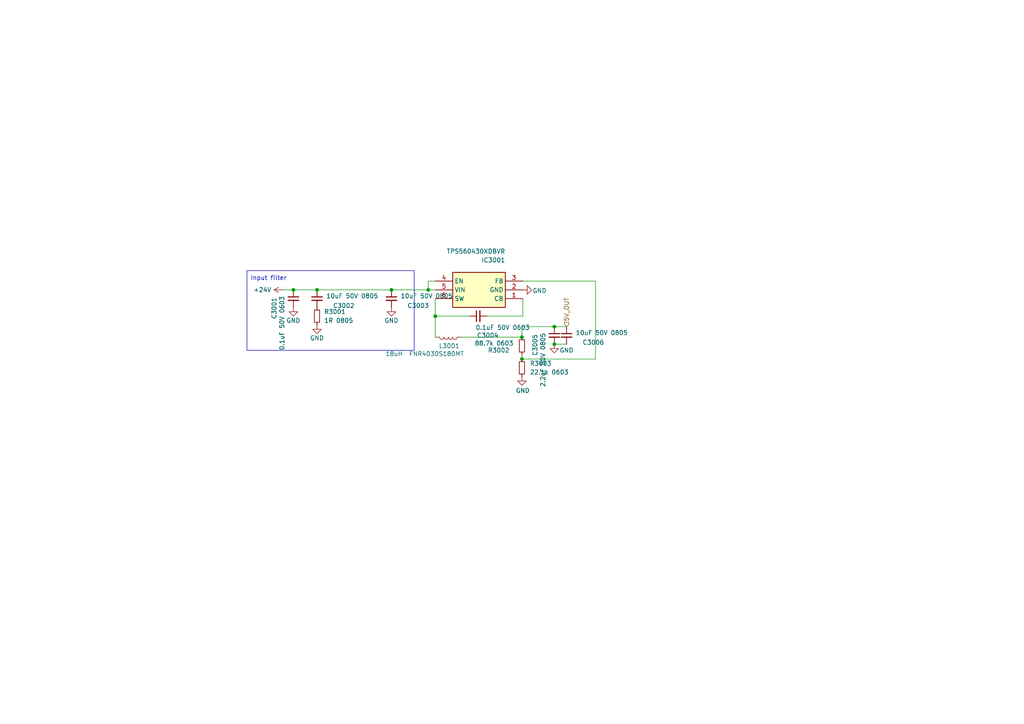
<source format=kicad_sch>
(kicad_sch (version 20231120) (generator "eeschema") (generator_version "8.0")
  (paper "A4")
  (lib_symbols
    (symbol "C_Small_1" (pin_numbers hide) (pin_names (offset 0.254) hide)
      (property "Reference" "C11005" (at 10.922 -2.032 0))
      (property "Value" "10uF 50V 0805" (at 17.78 0.762 0))
      (symbol "C_Small_1_0_1"
        (polyline (pts (xy -1.524 -0.508) (xy 1.524 -0.508)) (stroke (width 0.3302)))
        (polyline (pts (xy -1.524 0.508) (xy 1.524 0.508)) (stroke (width 0.3048)))
      )
      (symbol "C_Small_1_1_1"
        (pin passive line (at 0 2.54 270) (length 2.032) (name "~") (number "1"))
        (pin passive line (at 0 -2.54 90) (length 2.032) (name "~") (number "2"))
      )
    )
    (symbol "C_Small_2" (pin_numbers hide) (pin_names (offset 0.254) hide)
      (property "Reference" "C11006" (at 10.922 -2.032 0))
      (property "Value" "10uF 50V 0805" (at 17.78 0.762 0))
      (symbol "C_Small_2_0_1"
        (polyline (pts (xy -1.524 -0.508) (xy 1.524 -0.508)) (stroke (width 0.3302)))
        (polyline (pts (xy -1.524 0.508) (xy 1.524 0.508)) (stroke (width 0.3048)))
      )
      (symbol "C_Small_2_1_1"
        (pin passive line (at 0 2.54 270) (length 2.032) (name "~") (number "1"))
        (pin passive line (at 0 -2.54 90) (length 2.032) (name "~") (number "2"))
      )
    )
    (symbol "C_Small_3" (pin_numbers hide) (pin_names (offset 0.254) hide)
      (property "Reference" "C11009" (at -5.588 -2.794 90))
      (property "Value" "0.1uF 50V 0603" (at -3.302 -7.112 90))
      (symbol "C_Small_3_0_1"
        (polyline (pts (xy -1.524 -0.508) (xy 1.524 -0.508)) (stroke (width 0.3302)))
        (polyline (pts (xy -1.524 0.508) (xy 1.524 0.508)) (stroke (width 0.3048)))
      )
      (symbol "C_Small_3_1_1"
        (pin passive line (at 0 2.54 270) (length 2.032) (name "~") (number "1"))
        (pin passive line (at 0 -2.54 90) (length 2.032) (name "~") (number "2"))
      )
    )
    (symbol "Device:C_Small" (pin_numbers hide) (pin_names (offset 0.254) hide)
      (property "Reference" "C" (at 0.254 1.778 0))
      (property "Value" "C_Small" (at 0.254 -2.032 0))
      (symbol "C_Small_0_1"
        (polyline (pts (xy -1.524 -0.508) (xy 1.524 -0.508)) (stroke (width 0.3302)))
        (polyline (pts (xy -1.524 0.508) (xy 1.524 0.508)) (stroke (width 0.3048)))
      )
      (symbol "C_Small_1_1"
        (pin passive line (at 0 2.54 270) (length 2.032) (name "~") (number "1"))
        (pin passive line (at 0 -2.54 90) (length 2.032) (name "~") (number "2"))
      )
    )
    (symbol "Device:L" (pin_numbers hide) (pin_names (offset 1.016) hide)
      (property "Reference" "L11001" (at 2.54 0.254 90))
      (property "Value" "18uH  FNR4030S180MT" (at 4.826 -6.858 90))
      (symbol "L_0_1"
        (arc (start 0 -2.54) (mid 0.6323 -1.905) (end 0 -1.27))
        (arc (start 0 -1.27) (mid 0.6323 -0.635) (end 0 0))
        (arc (start 0 0) (mid 0.6323 0.635) (end 0 1.27))
        (arc (start 0 1.27) (mid 0.6323 1.905) (end 0 2.54))
      )
      (symbol "L_1_1"
        (pin passive line (at 0 3.81 270) (length 1.27) (name "1") (number "1"))
        (pin passive line (at 0 -3.81 90) (length 1.27) (name "2") (number "2"))
      )
    )
    (symbol "Device:R_Small" (pin_numbers hide) (pin_names (offset 0.254) hide)
      (property "Reference" "R11005" (at 2.032 1.2701 0))
      (property "Value" "1R 0805" (at 2.032 -1.2699 0))
      (symbol "R_Small_0_1"
        (rectangle (start -0.762 1.778) (end 0.762 -1.778) (stroke (width 0.2032)))
      )
      (symbol "R_Small_1_1"
        (pin passive line (at 0 2.54 270) (length 0.762) (name "~") (number "1"))
        (pin passive line (at 0 -2.54 90) (length 0.762) (name "~") (number "2"))
      )
    )
    (symbol "R_Small_1" (pin_numbers hide) (pin_names (offset 0.254) hide)
      (property "Reference" "R11004" (at 2.286 1.2701 0))
      (property "Value" "22.1k 0603" (at 2.286 -1.2699 0))
      (symbol "R_Small_1_0_1"
        (rectangle (start -0.762 1.778) (end 0.762 -1.778) (stroke (width 0.2032)))
      )
      (symbol "R_Small_1_1_1"
        (pin passive line (at 0 2.54 270) (length 0.762) (name "~") (number "1"))
        (pin passive line (at 0 -2.54 90) (length 0.762) (name "~") (number "2"))
      )
    )
    (symbol "R_Small_2" (pin_numbers hide) (pin_names (offset 0.254) hide)
      (property "Reference" "R11003" (at -9.906 -1.27 0))
      (property "Value" "88.7k 0603" (at -13.716 0.762 0))
      (symbol "R_Small_2_0_1"
        (rectangle (start -0.762 1.778) (end 0.762 -1.778) (stroke (width 0.2032)))
      )
      (symbol "R_Small_2_1_1"
        (pin passive line (at 0 2.54 270) (length 0.762) (name "~") (number "1"))
        (pin passive line (at 0 -2.54 90) (length 0.762) (name "~") (number "2"))
      )
    )
    (symbol "aaa:TPS560430XDBVR"
      (property "Reference" "IC" (at 21.59 7.62 0))
      (property "Value" "TPS560430XDBVR" (at 21.59 5.08 0))
      (symbol "TPS560430XDBVR_1_1"
        (rectangle (start 5.08 2.54) (end 20.32 -7.62) (stroke (width 0.254)) (fill (type background)))
        (pin passive line (at 0 0 0) (length 5.08) (name "CB") (number "1"))
        (pin passive line (at 0 -2.54 0) (length 5.08) (name "GND") (number "2"))
        (pin passive line (at 0 -5.08 0) (length 5.08) (name "FB") (number "3"))
        (pin passive line (at 25.4 -5.08 180) (length 5.08) (name "EN") (number "4"))
        (pin passive line (at 25.4 -2.54 180) (length 5.08) (name "VIN") (number "5"))
        (pin passive line (at 25.4 0 180) (length 5.08) (name "SW") (number "6"))
      )
    )
    (symbol "power:+24V" (power) (pin_numbers hide) (pin_names (offset 0) hide)
      (property "Value" "+24V" (at 0 3.556 0))
      (symbol "+24V_0_1"
        (polyline (pts (xy -0.762 1.27) (xy 0 2.54)))
        (polyline (pts (xy 0 0) (xy 0 2.54)))
        (polyline (pts (xy 0 2.54) (xy 0.762 1.27)))
      )
      (symbol "+24V_1_1"
        (pin power_in line (at 0 0 90) (length 0) (name "~") (number "1"))
      )
    )
    (symbol "power:GND" (power) (pin_names (offset 0))
      (property "Value" "GND" (at 0 -3.81 0))
      (symbol "GND_0_1"
        (polyline (pts (xy 0 0) (xy 0 -1.27) (xy 1.27 -1.27) (xy 0 -2.54) (xy -1.27 -1.27) (xy 0 -1.27)))
      )
      (symbol "GND_1_1"
        (pin power_in line (at 0 0 270) (length 0) hide (name "GND") (number "1"))
      )
    )
  )
  (junction (at 91.948 84.074))
  (junction (at 160.782 94.742))
  (junction (at 113.538 84.074))
  (junction (at 85.09 84.074))
  (junction (at 126.238 91.694))
  (junction (at 151.384 97.79))
  (junction (at 151.384 104.14))
  (junction (at 124.206 84.074))
  (junction (at 160.782 99.822))
  (wire (pts (xy 124.206 81.534) (xy 124.206 84.074)))
  (wire (pts (xy 133.858 97.79) (xy 151.384 97.79)))
  (wire (pts (xy 151.638 91.694) (xy 151.638 86.614)))
  (wire (pts (xy 85.09 84.074) (xy 82.042 84.074)))
  (wire (pts (xy 151.384 104.14) (xy 172.72 104.14)))
  (wire (pts (xy 151.384 97.79) (xy 151.384 94.742)))
  (wire (pts (xy 160.782 94.742) (xy 164.338 94.742)))
  (wire (pts (xy 91.948 84.074) (xy 85.09 84.074)))
  (wire (pts (xy 113.538 84.074) (xy 124.206 84.074)))
  (wire (pts (xy 151.384 102.87) (xy 151.384 104.14)))
  (wire (pts (xy 172.72 104.14) (xy 172.72 81.534)))
  (wire (pts (xy 151.638 81.534) (xy 172.72 81.534)))
  (wire (pts (xy 141.224 91.694) (xy 151.638 91.694)))
  (wire (pts (xy 126.238 86.614) (xy 126.238 91.694)))
  (wire (pts (xy 91.948 84.074) (xy 113.538 84.074)))
  (wire (pts (xy 160.782 99.822) (xy 164.338 99.822)))
  (wire (pts (xy 124.206 84.074) (xy 126.238 84.074)))
  (wire (pts (xy 126.238 97.79) (xy 126.238 91.694)))
  (wire (pts (xy 151.384 94.742) (xy 160.782 94.742)))
  (wire (pts (xy 126.238 81.534) (xy 124.206 81.534)))
  (wire (pts (xy 126.238 91.694) (xy 136.144 91.694)))
  (rectangle (start 71.628 78.486) (end 120.142 101.6))
  (text "Input filter" (at 72.644 81.534 0) (effects (font (size 1.27 1.27)) (justify left bottom)))
  (hierarchical_label "5V_OUT" (shape input) (at 164.338 94.742 90))
  (symbol (lib_name "R_Small_1") (lib_id "Device:R_Small") (at 151.384 106.68 0) (unit 1)
    (property "Reference" "R3003" (at 153.67 105.4099 0) (effects (justify left)))
    (property "Value" "22.1k 0603" (at 153.67 107.9499 0) (effects (justify left)))
    (property "Footprint" "Resistor_SMD:R_0603_1608Metric" (effects (hide yes)))
    (property "Description" "Resistor, small symbol" (effects (hide yes)))
    (property "LCSC" "C25961" (effects (hide yes)))
    (instances (project "stm32h7_base" (path "" (reference "R3003") (unit 1)) (path "" (reference "R?") (unit 1))))
  )
  (symbol (lib_name "C_Small_1") (lib_id "Device:C_Small") (at 91.948 86.614 0) (unit 1)
    (property "Reference" "C3002" (at 102.87 88.646 0) (effects (justify right)))
    (property "Value" "10uF 50V 0805" (at 109.728 85.852 0) (effects (justify right)))
    (property "Footprint" "Capacitor_SMD:C_0805_2012Metric" (effects (hide yes)))
    (property "LCSC" "C440198" (effects (hide yes)))
    (instances (project "stm32h7_base" (path "" (reference "C3002") (unit 1)) (path "" (reference "C?") (unit 1))))
  )
  (symbol (lib_id "power:GND") (at 91.948 94.234 0) (unit 1)
    (property "Reference" "#PWR3003" (effects (hide yes)))
    (property "Value" "GND" (at 93.98 98.044 0) (effects (justify right)))
    (instances (project "stm32h7_base" (path "" (reference "#PWR3003") (unit 1)) (path "" (reference "#PWR?") (unit 1))))
  )
  (symbol (lib_id "aaa:TPS560430XDBVR") (at 151.638 86.614 180) (unit 1)
    (property "Reference" "IC3001" (at 146.558 75.438 0) (effects (justify left)))
    (property "Value" "TPS560430XDBVR" (at 146.558 72.898 0) (effects (justify left)))
    (property "Footprint" "Package_TO_SOT_SMD:SOT-23-6" (effects (hide yes)))
    (property "Datasheet" "http://www.ti.com/lit/gpn/tps560430" (effects (hide yes)))
    (property "Description" "SIMPLE SWITCHER 36-V, 600-mA Buck Regulator With High-Efficiency Sleep Mode" (effects (hide yes)))
    (property "Height" "1.45" (effects (hide yes)))
    (property "Manufacturer_Name" "Texas Instruments" (effects (hide yes)))
    (property "Manufacturer_Part_Number" "TPS560430XDBVR" (effects (hide yes)))
    (property "Mouser Part Number" "595-TPS560430XDBVR" (effects (hide yes)))
    (property "Mouser Price/Stock" "https://www.mouser.co.uk/ProductDetail/Texas-Instruments/TPS560430XDBVR?qs=%252BEew9%252B0nqrDFUDwUxL0Ntw%3D%3D" (effects (hide yes)))
    (property "Arrow Part Number" "TPS560430XDBVR" (effects (hide yes)))
    (property "Arrow Price/Stock" "https://www.arrow.com/en/products/tps560430xdbvr/texas-instruments?region=nac" (effects (hide yes)))
    (instances (project "stm32h7_base" (path "" (reference "IC3001") (unit 1)) (path "" (reference "IC8002") (unit 1))))
  )
  (symbol (lib_id "Device:C_Small") (at 164.338 97.282 0) (unit 1)
    (property "Reference" "C3006" (at 175.26 99.314 0) (effects (justify right)))
    (property "Value" "10uF 50V 0805" (at 182.118 96.52 0) (effects (justify right)))
    (property "Footprint" "Capacitor_SMD:C_0805_2012Metric" (effects (hide yes)))
    (property "LCSC" "C440198" (effects (hide yes)))
    (instances (project "stm32h7_base" (path "" (reference "C3006") (unit 1)) (path "" (reference "C8003") (unit 1))))
  )
  (symbol (lib_id "power:GND") (at 151.384 109.22 0) (unit 1)
    (property "Reference" "#PWR3005" (effects (hide yes)))
    (property "Value" "GND" (at 153.67 113.284 0) (effects (justify right)))
    (instances (project "stm32h7_base" (path "" (reference "#PWR3005") (unit 1)) (path "" (reference "#PWR?") (unit 1))))
  )
  (symbol (lib_id "power:+24V") (at 82.042 84.074 90) (unit 1)
    (property "Reference" "#PWR3001" (effects (hide yes)))
    (property "Value" "+24V" (at 78.74 84.0739 90) (effects (justify left)))
    (property "Description" "Power symbol creates a global label with name \"+24V\"" (effects (hide yes)))
    (instances (project "stm32h7_base" (path "" (reference "#PWR3001") (unit 1)) (path "" (reference "#PWR?") (unit 1))))
  )
  (symbol (lib_id "Device:C_Small") (at 85.09 86.614 0) (unit 1)
    (property "Reference" "C3001" (at 79.502 89.408 90))
    (property "Value" "0.1uF 50V 0603" (at 81.788 93.726 90))
    (property "Footprint" "Capacitor_SMD:C_0603_1608Metric" (effects (hide yes)))
    (property "Description" "Unpolarized capacitor, small symbol" (effects (hide yes)))
    (property "LCSC" "C14663" (effects (hide yes)))
    (instances (project "stm32h7_base" (path "" (reference "C3001") (unit 1)) (path "" (reference "C8001") (unit 1))))
  )
  (symbol (lib_id "power:GND") (at 113.538 89.154 0) (unit 1)
    (property "Reference" "#PWR3004" (effects (hide yes)))
    (property "Value" "GND" (at 115.57 92.964 0) (effects (justify right)))
    (instances (project "stm32h7_base" (path "" (reference "#PWR3004") (unit 1)) (path "" (reference "#PWR?") (unit 1))))
  )
  (symbol (lib_id "Device:R_Small") (at 91.948 91.694 0) (unit 1)
    (property "Reference" "R3001" (at 93.98 90.4239 0) (effects (justify left)))
    (property "Value" "1R 0805" (at 93.98 92.9639 0) (effects (justify left)))
    (property "Footprint" "Resistor_SMD:R_0805_2012Metric" (effects (hide yes)))
    (property "Description" "Resistor, small symbol" (effects (hide yes)))
    (property "LCSC" "C25271" (effects (hide yes)))
    (instances (project "stm32h7_base" (path "" (reference "R3001") (unit 1)) (path "" (reference "R?") (unit 1))))
  )
  (symbol (lib_name "C_Small_3") (lib_id "Device:C_Small") (at 138.684 91.694 90) (unit 1)
    (property "Reference" "C3004" (at 141.478 97.282 90))
    (property "Value" "0.1uF 50V 0603" (at 145.796 94.996 90))
    (property "Footprint" "Capacitor_SMD:C_0603_1608Metric" (effects (hide yes)))
    (property "Description" "Unpolarized capacitor, small symbol" (effects (hide yes)))
    (property "LCSC" "C14663" (effects (hide yes)))
    (instances (project "stm32h7_base" (path "" (reference "C3004") (unit 1)) (path "" (reference "C?") (unit 1))))
  )
  (symbol (lib_id "power:GND") (at 151.638 84.074 90) (unit 1)
    (property "Reference" "#PWR3006" (effects (hide yes)))
    (property "Value" "GND" (at 154.432 84.328 90) (effects (justify right)))
    (instances (project "stm32h7_base" (path "" (reference "#PWR3006") (unit 1)) (path "" (reference "#PWR?") (unit 1))))
  )
  (symbol (lib_id "Device:L") (at 130.048 97.79 270) (unit 1)
    (property "Reference" "L3001" (at 130.302 100.33 90))
    (property "Value" "18uH  FNR4030S180MT" (at 123.19 102.616 90))
    (property "Footprint" "aaa:INDPM4040X300N" (effects (hide yes)))
    (property "Description" "Inductor" (effects (hide yes)))
    (property "LCSC" " C167882" (effects (hide yes)))
    (instances (project "stm32h7_base" (path "" (reference "L3001") (unit 1)) (path "" (reference "L?") (unit 1))))
  )
  (symbol (lib_id "Device:C_Small") (at 160.782 97.282 0) (unit 1)
    (property "Reference" "C3005" (at 155.194 100.076 90))
    (property "Value" "2.2uF 50V 0805" (at 157.48 104.394 90))
    (property "Footprint" "Capacitor_SMD:C_0805_2012Metric" (effects (hide yes)))
    (property "LCSC" "C377773" (effects (hide yes)))
    (instances (project "stm32h7_base" (path "" (reference "C3005") (unit 1)) (path "" (reference "C8002") (unit 1))))
  )
  (symbol (lib_name "R_Small_2") (lib_id "Device:R_Small") (at 151.384 100.33 0) (unit 1)
    (property "Reference" "R3002" (at 141.478 101.6 0) (effects (justify left)))
    (property "Value" "88.7k 0603" (at 137.668 99.568 0) (effects (justify left)))
    (property "Footprint" "Resistor_SMD:R_0603_1608Metric" (effects (hide yes)))
    (property "Description" "Resistor, small symbol" (effects (hide yes)))
    (property "LCSC" "C203875" (effects (hide yes)))
    (instances (project "stm32h7_base" (path "" (reference "R3002") (unit 1)) (path "" (reference "R?") (unit 1))))
  )
  (symbol (lib_id "power:GND") (at 160.782 99.822 0) (unit 1)
    (property "Reference" "#PWR3007" (effects (hide yes)))
    (property "Value" "GND" (at 166.37 101.6 0) (effects (justify right)))
    (instances (project "stm32h7_base" (path "" (reference "#PWR3007") (unit 1)) (path "" (reference "#PWR?") (unit 1))))
  )
  (symbol (lib_id "power:GND") (at 85.09 89.154 0) (unit 1)
    (property "Reference" "#PWR3002" (effects (hide yes)))
    (property "Value" "GND" (at 87.122 92.964 0) (effects (justify right)))
    (instances (project "stm32h7_base" (path "" (reference "#PWR3002") (unit 1)) (path "" (reference "#PWR?") (unit 1))))
  )
  (symbol (lib_name "C_Small_2") (lib_id "Device:C_Small") (at 113.538 86.614 0) (unit 1)
    (property "Reference" "C3003" (at 124.46 88.646 0) (effects (justify right)))
    (property "Value" "10uF 50V 0805" (at 131.318 85.852 0) (effects (justify right)))
    (property "Footprint" "Capacitor_SMD:C_0805_2012Metric" (effects (hide yes)))
    (property "LCSC" "C440198" (effects (hide yes)))
    (instances (project "stm32h7_base" (path "" (reference "C3003") (unit 1)) (path "" (reference "C?") (unit 1))))
  )
)
</source>
